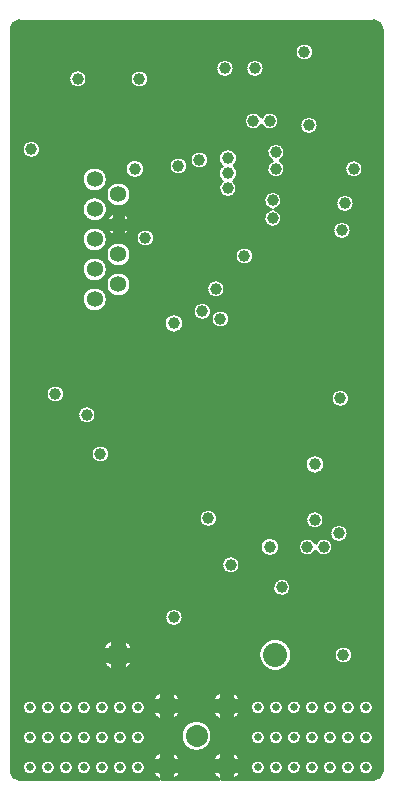
<source format=gbr>
G04 Generated by Ultiboard 14.0 *
%FSLAX24Y24*%
%MOIN*%

%ADD10C,0.0001*%
%ADD11C,0.0100*%
%ADD12C,0.0735*%
%ADD13C,0.0250*%
%ADD14C,0.0394*%
%ADD15C,0.0800*%
%ADD16C,0.0534*%


G04 ColorRGB 00CC33 for the following layer *
%LNCopper Inner 2*%
%LPD*%
G54D10*
G36*
X-15855Y32008D02*
X-15855Y32008D01*
X-15855Y7283D01*
G75*
D01*
G03X-15855Y7278I110J-2*
G01*
G74*
D01*
G02X-16133Y7000I283J5*
G01*
X-16138Y7000D01*
X-16138Y7000D01*
X-20788Y7000D01*
G74*
D01*
G03X-20560Y7267I256J449*
G01*
X-20560Y7267D01*
X-20810Y7267D01*
G75*
D01*
G03X-20810Y7633I-234J183*
G01*
X-20810Y7633D01*
X-20560Y7633D01*
G74*
D01*
G03X-20860Y7934I484J182*
G01*
X-20860Y7934D01*
X-20860Y7684D01*
G75*
D01*
G03X-21227Y7684I-184J-234*
G01*
X-21227Y7684D01*
X-21227Y7934D01*
G74*
D01*
G03X-21528Y7633I183J484*
G01*
X-21528Y7633D01*
X-21278Y7633D01*
G75*
D01*
G03X-21278Y7267I234J-183*
G01*
X-21278Y7267D01*
X-21528Y7267D01*
G74*
D01*
G03X-21300Y7000I484J182*
G01*
X-21300Y7000D01*
X-22788Y7000D01*
G74*
D01*
G03X-22560Y7267I256J449*
G01*
X-22560Y7267D01*
X-22810Y7267D01*
G75*
D01*
G03X-22810Y7633I-234J183*
G01*
X-22810Y7633D01*
X-22560Y7633D01*
G74*
D01*
G03X-22860Y7934I484J182*
G01*
X-22860Y7934D01*
X-22860Y7684D01*
G75*
D01*
G03X-23227Y7684I-184J-234*
G01*
X-23227Y7684D01*
X-23227Y7934D01*
G74*
D01*
G03X-23528Y7633I183J484*
G01*
X-23528Y7633D01*
X-23278Y7633D01*
G75*
D01*
G03X-23278Y7267I234J-183*
G01*
X-23278Y7267D01*
X-23528Y7267D01*
G74*
D01*
G03X-23300Y7000I484J182*
G01*
X-23300Y7000D01*
X-27949Y7000D01*
G75*
D01*
G03X-27954Y7000I-3J-110*
G01*
G74*
D01*
G02X-28233Y7278I4J283*
G01*
G75*
D01*
G03X-28232Y7283I-107J24*
G01*
X-28232Y7283D01*
X-28232Y32008D01*
G74*
D01*
G03X-28233Y32013I109J19*
G01*
G74*
D01*
G02X-27954Y32291I284J6*
G01*
G75*
D01*
G03X-27949Y32291I2J110*
G01*
X-27949Y32291D01*
X-16138Y32291D01*
X-16133Y32291D01*
G74*
D01*
G02X-15855Y32013I5J283*
G01*
G74*
D01*
G03X-15855Y32008I110J2*
G01*
D02*
G37*
%LPC*%
G36*
X-19005Y26979D02*
G75*
D01*
G03X-19005Y26979I205J-229*
G01*
D02*
G37*
G36*
X-19005Y8552D02*
G75*
D01*
G03X-19005Y8552I205J-152*
G01*
D02*
G37*
G36*
X-19005Y9552D02*
G75*
D01*
G03X-19005Y9552I205J-152*
G01*
D02*
G37*
G36*
X-19005Y11512D02*
G75*
D01*
G03X-19005Y11512I-413J-362*
G01*
D02*
G37*
G36*
X-19005Y13637D02*
G75*
D01*
G03X-19005Y13637I-195J-237*
G01*
D02*
G37*
G36*
X-19005Y7552D02*
G75*
D01*
G03X-19005Y7552I205J-152*
G01*
D02*
G37*
G36*
X-19005Y17265D02*
G75*
D01*
G03X-19005Y17265I155J-265*
G01*
D02*
G37*
G36*
X-22440Y25677D02*
G75*
D01*
G03X-22440Y25677I140J273*
G01*
D02*
G37*
G36*
X-24260Y25648D02*
G74*
D01*
G03X-24502Y25890I390J148*
G01*
X-24502Y25890D01*
X-24502Y25648D01*
X-24260Y25648D01*
D02*
G37*
G36*
X-24736Y25677D02*
G75*
D01*
G03X-24736Y25677I86J-177*
G01*
D02*
G37*
G36*
X-25040Y25648D02*
X-25040Y25648D01*
X-24798Y25648D01*
X-24798Y25890D01*
G74*
D01*
G03X-25040Y25648I148J390*
G01*
D02*
G37*
G36*
X-25701Y25677D02*
G75*
D01*
G03X-25701Y25677I264J323*
G01*
D02*
G37*
G36*
X-19436Y26000D02*
G75*
D01*
G03X-19564Y26000I-64J299*
G01*
G75*
D01*
G03X-19436Y26000I64J-299*
G01*
D02*
G37*
G36*
X-17407Y26200D02*
G75*
D01*
G03X-17407Y26200I307J0*
G01*
D02*
G37*
G36*
X-17107Y27350D02*
G75*
D01*
G03X-17107Y27350I307J0*
G01*
D02*
G37*
G36*
X-18607Y28800D02*
G75*
D01*
G03X-18607Y28800I307J0*
G01*
D02*
G37*
G36*
X-18757Y31250D02*
G75*
D01*
G03X-18757Y31250I307J0*
G01*
D02*
G37*
G36*
X-18407Y15650D02*
G75*
D01*
G03X-18407Y15650I307J0*
G01*
D02*
G37*
G36*
X-18455Y7400D02*
G75*
D01*
G03X-18455Y7400I255J0*
G01*
D02*
G37*
G36*
X-17855Y7400D02*
G75*
D01*
G03X-17855Y7400I255J0*
G01*
D02*
G37*
G36*
X-16655Y7400D02*
G75*
D01*
G03X-16655Y7400I255J0*
G01*
D02*
G37*
G36*
X-17255Y7400D02*
G75*
D01*
G03X-17255Y7400I255J0*
G01*
D02*
G37*
G36*
X-18455Y8400D02*
G75*
D01*
G03X-18455Y8400I255J0*
G01*
D02*
G37*
G36*
X-17855Y8400D02*
G75*
D01*
G03X-17855Y8400I255J0*
G01*
D02*
G37*
G36*
X-16655Y8400D02*
G75*
D01*
G03X-16655Y8400I255J0*
G01*
D02*
G37*
G36*
X-17255Y8400D02*
G75*
D01*
G03X-17255Y8400I255J0*
G01*
D02*
G37*
G36*
X-18455Y9400D02*
G75*
D01*
G03X-18455Y9400I255J0*
G01*
D02*
G37*
G36*
X-17855Y9400D02*
G75*
D01*
G03X-17855Y9400I255J0*
G01*
D02*
G37*
G36*
X-17255Y9400D02*
G75*
D01*
G03X-17255Y9400I255J0*
G01*
D02*
G37*
G36*
X-16655Y9400D02*
G75*
D01*
G03X-16655Y9400I255J0*
G01*
D02*
G37*
G36*
X-17457Y11150D02*
G75*
D01*
G03X-17457Y11150I307J0*
G01*
D02*
G37*
G36*
X-18075Y14886D02*
G75*
D01*
G03X-18075Y14614I-274J-136*
G01*
G75*
D01*
G03X-18075Y14886I274J136*
G01*
D02*
G37*
G36*
X-17607Y15200D02*
G75*
D01*
G03X-17607Y15200I307J0*
G01*
D02*
G37*
G36*
X-17507Y25300D02*
G75*
D01*
G03X-17507Y25300I307J0*
G01*
D02*
G37*
G36*
X-18427Y17500D02*
G75*
D01*
G03X-18427Y17500I327J0*
G01*
D02*
G37*
G36*
X-17557Y19700D02*
G75*
D01*
G03X-17557Y19700I307J0*
G01*
D02*
G37*
G36*
X-25854Y27000D02*
G75*
D01*
G03X-25854Y27000I417J0*
G01*
D02*
G37*
G36*
X-25067Y26500D02*
G75*
D01*
G03X-25067Y26500I417J0*
G01*
D02*
G37*
G36*
X-21211Y27450D02*
G75*
D01*
G03X-21195Y26937I211J-250*
G01*
G75*
D01*
G03X-20805Y26937I195J-236*
G01*
G75*
D01*
G03X-20789Y27450I-195J263*
G01*
G75*
D01*
G03X-21211Y27450I-211J250*
G01*
D02*
G37*
G36*
X-24427Y27350D02*
G75*
D01*
G03X-24427Y27350I327J0*
G01*
D02*
G37*
G36*
X-22957Y27450D02*
G75*
D01*
G03X-22957Y27450I307J0*
G01*
D02*
G37*
G36*
X-22257Y27650D02*
G75*
D01*
G03X-22257Y27650I307J0*
G01*
D02*
G37*
G36*
X-19536Y27625D02*
G75*
D01*
G03X-19264Y27625I136J-274*
G01*
G75*
D01*
G03X-19536Y27625I-136J274*
G01*
D02*
G37*
G36*
X-27857Y28000D02*
G75*
D01*
G03X-27857Y28000I307J0*
G01*
D02*
G37*
G36*
X-19875Y29086D02*
G75*
D01*
G03X-19875Y28814I-274J-136*
G01*
G75*
D01*
G03X-19875Y29086I274J136*
G01*
D02*
G37*
G36*
X-26307Y30350D02*
G75*
D01*
G03X-26307Y30350I307J0*
G01*
D02*
G37*
G36*
X-24257Y30350D02*
G75*
D01*
G03X-24257Y30350I307J0*
G01*
D02*
G37*
G36*
X-21407Y30700D02*
G75*
D01*
G03X-21407Y30700I307J0*
G01*
D02*
G37*
G36*
X-20407Y30700D02*
G75*
D01*
G03X-20407Y30700I307J0*
G01*
D02*
G37*
G36*
X-21957Y15700D02*
G75*
D01*
G03X-21957Y15700I307J0*
G01*
D02*
G37*
G36*
X-27855Y7400D02*
G75*
D01*
G03X-27855Y7400I255J0*
G01*
D02*
G37*
G36*
X-27255Y7400D02*
G75*
D01*
G03X-27255Y7400I255J0*
G01*
D02*
G37*
G36*
X-26055Y7400D02*
G75*
D01*
G03X-26055Y7400I255J0*
G01*
D02*
G37*
G36*
X-26655Y7400D02*
G75*
D01*
G03X-26655Y7400I255J0*
G01*
D02*
G37*
G36*
X-25455Y7400D02*
G75*
D01*
G03X-25455Y7400I255J0*
G01*
D02*
G37*
G36*
X-24855Y7400D02*
G75*
D01*
G03X-24855Y7400I255J0*
G01*
D02*
G37*
G36*
X-24255Y7400D02*
G75*
D01*
G03X-24255Y7400I255J0*
G01*
D02*
G37*
G36*
X-20255Y7400D02*
G75*
D01*
G03X-20255Y7400I255J0*
G01*
D02*
G37*
G36*
X-19655Y7400D02*
G75*
D01*
G03X-19655Y7400I255J0*
G01*
D02*
G37*
G36*
X-27855Y8400D02*
G75*
D01*
G03X-27855Y8400I255J0*
G01*
D02*
G37*
G36*
X-27255Y8400D02*
G75*
D01*
G03X-27255Y8400I255J0*
G01*
D02*
G37*
G36*
X-26055Y8400D02*
G75*
D01*
G03X-26055Y8400I255J0*
G01*
D02*
G37*
G36*
X-26655Y8400D02*
G75*
D01*
G03X-26655Y8400I255J0*
G01*
D02*
G37*
G36*
X-25455Y8400D02*
G75*
D01*
G03X-25455Y8400I255J0*
G01*
D02*
G37*
G36*
X-24855Y8400D02*
G75*
D01*
G03X-24855Y8400I255J0*
G01*
D02*
G37*
G36*
X-24255Y8400D02*
G75*
D01*
G03X-24255Y8400I255J0*
G01*
D02*
G37*
G36*
X-22561Y8450D02*
G75*
D01*
G03X-22561Y8450I517J0*
G01*
D02*
G37*
G36*
X-20255Y8400D02*
G75*
D01*
G03X-20255Y8400I255J0*
G01*
D02*
G37*
G36*
X-19655Y8400D02*
G75*
D01*
G03X-19655Y8400I255J0*
G01*
D02*
G37*
G36*
X-27855Y9400D02*
G75*
D01*
G03X-27855Y9400I255J0*
G01*
D02*
G37*
G36*
X-27255Y9400D02*
G75*
D01*
G03X-27255Y9400I255J0*
G01*
D02*
G37*
G36*
X-26655Y9400D02*
G75*
D01*
G03X-26655Y9400I255J0*
G01*
D02*
G37*
G36*
X-26055Y9400D02*
G75*
D01*
G03X-26055Y9400I255J0*
G01*
D02*
G37*
G36*
X-25455Y9400D02*
G75*
D01*
G03X-25455Y9400I255J0*
G01*
D02*
G37*
G36*
X-24855Y9400D02*
G75*
D01*
G03X-24855Y9400I255J0*
G01*
D02*
G37*
G36*
X-24255Y9400D02*
G75*
D01*
G03X-24255Y9400I255J0*
G01*
D02*
G37*
G36*
X-22810Y9633D02*
X-22810Y9633D01*
X-22560Y9633D01*
G74*
D01*
G03X-22860Y9934I484J182*
G01*
X-22860Y9934D01*
X-22860Y9684D01*
G75*
D01*
G03X-23227Y9684I-184J-234*
G01*
X-23227Y9684D01*
X-23227Y9934D01*
G74*
D01*
G03X-23528Y9633I183J484*
G01*
X-23528Y9633D01*
X-23278Y9633D01*
G75*
D01*
G03X-23278Y9267I234J-183*
G01*
X-23278Y9267D01*
X-23528Y9267D01*
G74*
D01*
G03X-23227Y8966I484J183*
G01*
X-23227Y8966D01*
X-23227Y9216D01*
G75*
D01*
G03X-22860Y9216I183J234*
G01*
X-22860Y9216D01*
X-22860Y8966D01*
G74*
D01*
G03X-22560Y9267I184J483*
G01*
X-22560Y9267D01*
X-22810Y9267D01*
G75*
D01*
G03X-22810Y9633I-234J183*
G01*
D02*
G37*
G36*
X-20810Y9633D02*
X-20810Y9633D01*
X-20560Y9633D01*
G74*
D01*
G03X-20860Y9934I484J182*
G01*
X-20860Y9934D01*
X-20860Y9684D01*
G75*
D01*
G03X-21227Y9684I-184J-234*
G01*
X-21227Y9684D01*
X-21227Y9934D01*
G74*
D01*
G03X-21528Y9633I183J484*
G01*
X-21528Y9633D01*
X-21278Y9633D01*
G75*
D01*
G03X-21278Y9267I234J-183*
G01*
X-21278Y9267D01*
X-21528Y9267D01*
G74*
D01*
G03X-21227Y8966I484J183*
G01*
X-21227Y8966D01*
X-21227Y9216D01*
G75*
D01*
G03X-20860Y9216I183J234*
G01*
X-20860Y9216D01*
X-20860Y8966D01*
G74*
D01*
G03X-20560Y9267I184J483*
G01*
X-20560Y9267D01*
X-20810Y9267D01*
G75*
D01*
G03X-20810Y9633I-234J183*
G01*
D02*
G37*
G36*
X-20255Y9400D02*
G75*
D01*
G03X-20255Y9400I255J0*
G01*
D02*
G37*
G36*
X-19655Y9400D02*
G75*
D01*
G03X-19655Y9400I255J0*
G01*
D02*
G37*
G36*
X-24154Y10955D02*
X-24154Y10955D01*
X-24473Y10955D01*
X-24473Y10636D01*
G74*
D01*
G03X-24154Y10955I194J513*
G01*
D02*
G37*
G36*
X-24868Y11150D02*
G75*
D01*
G03X-24868Y11150I200J0*
G01*
D02*
G37*
G36*
X-24863Y10636D02*
X-24863Y10636D01*
X-24863Y10955D01*
X-25183Y10955D01*
G74*
D01*
G03X-24863Y10636I514J196*
G01*
D02*
G37*
G36*
X-24473Y11664D02*
X-24473Y11664D01*
X-24473Y11345D01*
X-24154Y11345D01*
G74*
D01*
G03X-24473Y11664I513J194*
G01*
D02*
G37*
G36*
X-25183Y11345D02*
X-25183Y11345D01*
X-24863Y11345D01*
X-24863Y11664D01*
G74*
D01*
G03X-25183Y11345I193J514*
G01*
D02*
G37*
G36*
X-23107Y12400D02*
G75*
D01*
G03X-23107Y12400I307J0*
G01*
D02*
G37*
G36*
X-21207Y14150D02*
G75*
D01*
G03X-21207Y14150I307J0*
G01*
D02*
G37*
G36*
X-19927Y14750D02*
G75*
D01*
G03X-19927Y14750I327J0*
G01*
D02*
G37*
G36*
X-25557Y17850D02*
G75*
D01*
G03X-25557Y17850I307J0*
G01*
D02*
G37*
G36*
X-26007Y19150D02*
G75*
D01*
G03X-26007Y19150I307J0*
G01*
D02*
G37*
G36*
X-27057Y19850D02*
G75*
D01*
G03X-27057Y19850I307J0*
G01*
D02*
G37*
G36*
X-23127Y22200D02*
G75*
D01*
G03X-23127Y22200I327J0*
G01*
D02*
G37*
G36*
X-21557Y22350D02*
G75*
D01*
G03X-21557Y22350I307J0*
G01*
D02*
G37*
G36*
X-25854Y23000D02*
G75*
D01*
G03X-25854Y23000I417J0*
G01*
D02*
G37*
G36*
X-22157Y22600D02*
G75*
D01*
G03X-22157Y22600I307J0*
G01*
D02*
G37*
G36*
X-25854Y24000D02*
G75*
D01*
G03X-25854Y24000I417J0*
G01*
D02*
G37*
G36*
X-25067Y23500D02*
G75*
D01*
G03X-25067Y23500I417J0*
G01*
D02*
G37*
G36*
X-21707Y23350D02*
G75*
D01*
G03X-21707Y23350I307J0*
G01*
D02*
G37*
G36*
X-25067Y24500D02*
G75*
D01*
G03X-25067Y24500I417J0*
G01*
D02*
G37*
G36*
X-20757Y24450D02*
G75*
D01*
G03X-20757Y24450I307J0*
G01*
D02*
G37*
G36*
X-25854Y25000D02*
G75*
D01*
G03X-25854Y25000I417J0*
G01*
D02*
G37*
G36*
X-24260Y25352D02*
X-24260Y25352D01*
X-24502Y25352D01*
X-24502Y25110D01*
G74*
D01*
G03X-24260Y25352I148J390*
G01*
D02*
G37*
G36*
X-24798Y25110D02*
X-24798Y25110D01*
X-24798Y25352D01*
X-25040Y25352D01*
G74*
D01*
G03X-24798Y25110I390J148*
G01*
D02*
G37*
G36*
X-24057Y25050D02*
G75*
D01*
G03X-24057Y25050I307J0*
G01*
D02*
G37*
%LPD*%
G36*
X-21227Y7216D02*
G75*
D01*
G03X-20860Y7216I183J234*
G01*
X-20860Y7216D01*
X-20860Y7000D01*
X-21227Y7000D01*
X-21227Y7216D01*
D02*
G37*
G36*
X-23227Y7216D02*
G75*
D01*
G03X-22860Y7216I183J234*
G01*
X-22860Y7216D01*
X-22860Y7000D01*
X-23227Y7000D01*
X-23227Y7216D01*
D02*
G37*
G54D11*
X-21227Y7216D02*
G75*
D01*
G03X-20860Y7216I183J234*
G01*
X-20860Y7000D01*
X-21227Y7000D01*
X-21227Y7216D01*
X-23227Y7216D02*
G75*
D01*
G03X-22860Y7216I183J234*
G01*
X-22860Y7000D01*
X-23227Y7000D01*
X-23227Y7216D01*
X-19005Y26979D02*
G75*
D01*
G03X-19005Y26979I205J-229*
G01*
X-19005Y8552D02*
G75*
D01*
G03X-19005Y8552I205J-152*
G01*
X-19005Y9552D02*
G75*
D01*
G03X-19005Y9552I205J-152*
G01*
X-19005Y11512D02*
G75*
D01*
G03X-19005Y11512I-413J-362*
G01*
X-19005Y13637D02*
G75*
D01*
G03X-19005Y13637I-195J-237*
G01*
X-19005Y7552D02*
G75*
D01*
G03X-19005Y7552I205J-152*
G01*
X-19005Y17265D02*
G75*
D01*
G03X-19005Y17265I155J-265*
G01*
X-22440Y25677D02*
G75*
D01*
G03X-22440Y25677I140J273*
G01*
X-24260Y25648D02*
G74*
D01*
G03X-24502Y25890I390J148*
G01*
X-24502Y25648D01*
X-24260Y25648D01*
X-24736Y25677D02*
G75*
D01*
G03X-24736Y25677I86J-177*
G01*
X-25040Y25648D02*
X-24798Y25648D01*
X-24798Y25890D01*
G74*
D01*
G03X-25040Y25648I148J390*
G01*
X-25701Y25677D02*
G75*
D01*
G03X-25701Y25677I264J323*
G01*
X-19436Y26000D02*
G75*
D01*
G03X-19564Y26000I-64J299*
G01*
G75*
D01*
G03X-19436Y26000I64J-299*
G01*
X-17407Y26200D02*
G75*
D01*
G03X-17407Y26200I307J0*
G01*
X-17107Y27350D02*
G75*
D01*
G03X-17107Y27350I307J0*
G01*
X-18607Y28800D02*
G75*
D01*
G03X-18607Y28800I307J0*
G01*
X-18757Y31250D02*
G75*
D01*
G03X-18757Y31250I307J0*
G01*
X-18407Y15650D02*
G75*
D01*
G03X-18407Y15650I307J0*
G01*
X-18455Y7400D02*
G75*
D01*
G03X-18455Y7400I255J0*
G01*
X-17855Y7400D02*
G75*
D01*
G03X-17855Y7400I255J0*
G01*
X-16655Y7400D02*
G75*
D01*
G03X-16655Y7400I255J0*
G01*
X-17255Y7400D02*
G75*
D01*
G03X-17255Y7400I255J0*
G01*
X-18455Y8400D02*
G75*
D01*
G03X-18455Y8400I255J0*
G01*
X-17855Y8400D02*
G75*
D01*
G03X-17855Y8400I255J0*
G01*
X-16655Y8400D02*
G75*
D01*
G03X-16655Y8400I255J0*
G01*
X-17255Y8400D02*
G75*
D01*
G03X-17255Y8400I255J0*
G01*
X-18455Y9400D02*
G75*
D01*
G03X-18455Y9400I255J0*
G01*
X-17855Y9400D02*
G75*
D01*
G03X-17855Y9400I255J0*
G01*
X-17255Y9400D02*
G75*
D01*
G03X-17255Y9400I255J0*
G01*
X-16655Y9400D02*
G75*
D01*
G03X-16655Y9400I255J0*
G01*
X-17457Y11150D02*
G75*
D01*
G03X-17457Y11150I307J0*
G01*
X-18075Y14886D02*
G75*
D01*
G03X-18075Y14614I-274J-136*
G01*
G75*
D01*
G03X-18075Y14886I274J136*
G01*
X-17607Y15200D02*
G75*
D01*
G03X-17607Y15200I307J0*
G01*
X-17507Y25300D02*
G75*
D01*
G03X-17507Y25300I307J0*
G01*
X-18427Y17500D02*
G75*
D01*
G03X-18427Y17500I327J0*
G01*
X-17557Y19700D02*
G75*
D01*
G03X-17557Y19700I307J0*
G01*
X-25854Y27000D02*
G75*
D01*
G03X-25854Y27000I417J0*
G01*
X-25067Y26500D02*
G75*
D01*
G03X-25067Y26500I417J0*
G01*
X-21211Y27450D02*
G75*
D01*
G03X-21195Y26937I211J-250*
G01*
G75*
D01*
G03X-20805Y26937I195J-236*
G01*
G75*
D01*
G03X-20789Y27450I-195J263*
G01*
G75*
D01*
G03X-21211Y27450I-211J250*
G01*
X-24427Y27350D02*
G75*
D01*
G03X-24427Y27350I327J0*
G01*
X-22957Y27450D02*
G75*
D01*
G03X-22957Y27450I307J0*
G01*
X-22257Y27650D02*
G75*
D01*
G03X-22257Y27650I307J0*
G01*
X-19536Y27625D02*
G75*
D01*
G03X-19264Y27625I136J-274*
G01*
G75*
D01*
G03X-19536Y27625I-136J274*
G01*
X-27857Y28000D02*
G75*
D01*
G03X-27857Y28000I307J0*
G01*
X-19875Y29086D02*
G75*
D01*
G03X-19875Y28814I-274J-136*
G01*
G75*
D01*
G03X-19875Y29086I274J136*
G01*
X-26307Y30350D02*
G75*
D01*
G03X-26307Y30350I307J0*
G01*
X-24257Y30350D02*
G75*
D01*
G03X-24257Y30350I307J0*
G01*
X-21407Y30700D02*
G75*
D01*
G03X-21407Y30700I307J0*
G01*
X-20407Y30700D02*
G75*
D01*
G03X-20407Y30700I307J0*
G01*
X-21957Y15700D02*
G75*
D01*
G03X-21957Y15700I307J0*
G01*
X-27855Y7400D02*
G75*
D01*
G03X-27855Y7400I255J0*
G01*
X-27255Y7400D02*
G75*
D01*
G03X-27255Y7400I255J0*
G01*
X-26055Y7400D02*
G75*
D01*
G03X-26055Y7400I255J0*
G01*
X-26655Y7400D02*
G75*
D01*
G03X-26655Y7400I255J0*
G01*
X-25455Y7400D02*
G75*
D01*
G03X-25455Y7400I255J0*
G01*
X-24855Y7400D02*
G75*
D01*
G03X-24855Y7400I255J0*
G01*
X-24255Y7400D02*
G75*
D01*
G03X-24255Y7400I255J0*
G01*
X-20255Y7400D02*
G75*
D01*
G03X-20255Y7400I255J0*
G01*
X-19655Y7400D02*
G75*
D01*
G03X-19655Y7400I255J0*
G01*
X-27855Y8400D02*
G75*
D01*
G03X-27855Y8400I255J0*
G01*
X-27255Y8400D02*
G75*
D01*
G03X-27255Y8400I255J0*
G01*
X-26055Y8400D02*
G75*
D01*
G03X-26055Y8400I255J0*
G01*
X-26655Y8400D02*
G75*
D01*
G03X-26655Y8400I255J0*
G01*
X-25455Y8400D02*
G75*
D01*
G03X-25455Y8400I255J0*
G01*
X-24855Y8400D02*
G75*
D01*
G03X-24855Y8400I255J0*
G01*
X-24255Y8400D02*
G75*
D01*
G03X-24255Y8400I255J0*
G01*
X-22561Y8450D02*
G75*
D01*
G03X-22561Y8450I517J0*
G01*
X-20255Y8400D02*
G75*
D01*
G03X-20255Y8400I255J0*
G01*
X-19655Y8400D02*
G75*
D01*
G03X-19655Y8400I255J0*
G01*
X-27855Y9400D02*
G75*
D01*
G03X-27855Y9400I255J0*
G01*
X-27255Y9400D02*
G75*
D01*
G03X-27255Y9400I255J0*
G01*
X-26655Y9400D02*
G75*
D01*
G03X-26655Y9400I255J0*
G01*
X-26055Y9400D02*
G75*
D01*
G03X-26055Y9400I255J0*
G01*
X-25455Y9400D02*
G75*
D01*
G03X-25455Y9400I255J0*
G01*
X-24855Y9400D02*
G75*
D01*
G03X-24855Y9400I255J0*
G01*
X-24255Y9400D02*
G75*
D01*
G03X-24255Y9400I255J0*
G01*
X-22810Y9633D02*
X-22560Y9633D01*
G74*
D01*
G03X-22860Y9934I484J182*
G01*
X-22860Y9684D01*
G75*
D01*
G03X-23227Y9684I-184J-234*
G01*
X-23227Y9934D01*
G74*
D01*
G03X-23528Y9633I183J484*
G01*
X-23278Y9633D01*
G75*
D01*
G03X-23278Y9267I234J-183*
G01*
X-23528Y9267D01*
G74*
D01*
G03X-23227Y8966I484J183*
G01*
X-23227Y9216D01*
G75*
D01*
G03X-22860Y9216I183J234*
G01*
X-22860Y8966D01*
G74*
D01*
G03X-22560Y9267I184J483*
G01*
X-22810Y9267D01*
G75*
D01*
G03X-22810Y9633I-234J183*
G01*
X-20810Y9633D02*
X-20560Y9633D01*
G74*
D01*
G03X-20860Y9934I484J182*
G01*
X-20860Y9684D01*
G75*
D01*
G03X-21227Y9684I-184J-234*
G01*
X-21227Y9934D01*
G74*
D01*
G03X-21528Y9633I183J484*
G01*
X-21278Y9633D01*
G75*
D01*
G03X-21278Y9267I234J-183*
G01*
X-21528Y9267D01*
G74*
D01*
G03X-21227Y8966I484J183*
G01*
X-21227Y9216D01*
G75*
D01*
G03X-20860Y9216I183J234*
G01*
X-20860Y8966D01*
G74*
D01*
G03X-20560Y9267I184J483*
G01*
X-20810Y9267D01*
G75*
D01*
G03X-20810Y9633I-234J183*
G01*
X-20255Y9400D02*
G75*
D01*
G03X-20255Y9400I255J0*
G01*
X-19655Y9400D02*
G75*
D01*
G03X-19655Y9400I255J0*
G01*
X-24154Y10955D02*
X-24473Y10955D01*
X-24473Y10636D01*
G74*
D01*
G03X-24154Y10955I194J513*
G01*
X-24868Y11150D02*
G75*
D01*
G03X-24868Y11150I200J0*
G01*
X-24863Y10636D02*
X-24863Y10955D01*
X-25183Y10955D01*
G74*
D01*
G03X-24863Y10636I514J196*
G01*
X-24473Y11664D02*
X-24473Y11345D01*
X-24154Y11345D01*
G74*
D01*
G03X-24473Y11664I513J194*
G01*
X-25183Y11345D02*
X-24863Y11345D01*
X-24863Y11664D01*
G74*
D01*
G03X-25183Y11345I193J514*
G01*
X-23107Y12400D02*
G75*
D01*
G03X-23107Y12400I307J0*
G01*
X-21207Y14150D02*
G75*
D01*
G03X-21207Y14150I307J0*
G01*
X-19927Y14750D02*
G75*
D01*
G03X-19927Y14750I327J0*
G01*
X-25557Y17850D02*
G75*
D01*
G03X-25557Y17850I307J0*
G01*
X-26007Y19150D02*
G75*
D01*
G03X-26007Y19150I307J0*
G01*
X-27057Y19850D02*
G75*
D01*
G03X-27057Y19850I307J0*
G01*
X-23127Y22200D02*
G75*
D01*
G03X-23127Y22200I327J0*
G01*
X-21557Y22350D02*
G75*
D01*
G03X-21557Y22350I307J0*
G01*
X-25854Y23000D02*
G75*
D01*
G03X-25854Y23000I417J0*
G01*
X-22157Y22600D02*
G75*
D01*
G03X-22157Y22600I307J0*
G01*
X-25854Y24000D02*
G75*
D01*
G03X-25854Y24000I417J0*
G01*
X-25067Y23500D02*
G75*
D01*
G03X-25067Y23500I417J0*
G01*
X-21707Y23350D02*
G75*
D01*
G03X-21707Y23350I307J0*
G01*
X-25067Y24500D02*
G75*
D01*
G03X-25067Y24500I417J0*
G01*
X-20757Y24450D02*
G75*
D01*
G03X-20757Y24450I307J0*
G01*
X-25854Y25000D02*
G75*
D01*
G03X-25854Y25000I417J0*
G01*
X-24260Y25352D02*
X-24502Y25352D01*
X-24502Y25110D01*
G74*
D01*
G03X-24260Y25352I148J390*
G01*
X-24798Y25110D02*
X-24798Y25352D01*
X-25040Y25352D01*
G74*
D01*
G03X-24798Y25110I390J148*
G01*
X-24057Y25050D02*
G75*
D01*
G03X-24057Y25050I307J0*
G01*
X-15855Y32008D02*
X-15855Y7283D01*
G75*
D01*
G03X-15855Y7278I110J-2*
G01*
G74*
D01*
G02X-16133Y7000I283J5*
G01*
X-16138Y7000D01*
X-20788Y7000D01*
G74*
D01*
G03X-20560Y7267I256J449*
G01*
X-20810Y7267D01*
G75*
D01*
G03X-20810Y7633I-234J183*
G01*
X-20560Y7633D01*
G74*
D01*
G03X-20860Y7934I484J182*
G01*
X-20860Y7684D01*
G75*
D01*
G03X-21227Y7684I-184J-234*
G01*
X-21227Y7934D01*
G74*
D01*
G03X-21528Y7633I183J484*
G01*
X-21278Y7633D01*
G75*
D01*
G03X-21278Y7267I234J-183*
G01*
X-21528Y7267D01*
G74*
D01*
G03X-21300Y7000I484J182*
G01*
X-22788Y7000D01*
G74*
D01*
G03X-22560Y7267I256J449*
G01*
X-22810Y7267D01*
G75*
D01*
G03X-22810Y7633I-234J183*
G01*
X-22560Y7633D01*
G74*
D01*
G03X-22860Y7934I484J182*
G01*
X-22860Y7684D01*
G75*
D01*
G03X-23227Y7684I-184J-234*
G01*
X-23227Y7934D01*
G74*
D01*
G03X-23528Y7633I183J484*
G01*
X-23278Y7633D01*
G75*
D01*
G03X-23278Y7267I234J-183*
G01*
X-23528Y7267D01*
G74*
D01*
G03X-23300Y7000I484J182*
G01*
X-27949Y7000D01*
G75*
D01*
G03X-27954Y7000I-3J-110*
G01*
G74*
D01*
G02X-28233Y7278I4J283*
G01*
G75*
D01*
G03X-28232Y7283I-107J24*
G01*
X-28232Y32008D01*
G74*
D01*
G03X-28233Y32013I109J19*
G01*
G74*
D01*
G02X-27954Y32291I284J6*
G01*
G75*
D01*
G03X-27949Y32291I2J110*
G01*
X-16138Y32291D01*
X-16133Y32291D01*
G74*
D01*
G02X-15855Y32013I5J283*
G01*
G74*
D01*
G03X-15855Y32008I110J2*
G01*
G54D12*
X-22044Y8450D03*
X-21044Y9450D03*
X-23044Y9450D03*
X-21044Y7450D03*
X-23044Y7450D03*
G54D13*
X-18200Y7400D03*
X-18200Y8400D03*
X-20000Y9400D03*
X-19400Y9400D03*
X-18800Y9400D03*
X-18200Y9400D03*
X-17600Y9400D03*
X-17000Y9400D03*
X-16400Y9400D03*
X-20000Y8400D03*
X-19400Y8400D03*
X-18800Y8400D03*
X-17000Y8400D03*
X-17600Y8400D03*
X-16400Y8400D03*
X-20000Y7400D03*
X-19400Y7400D03*
X-18800Y7400D03*
X-16400Y7400D03*
X-17000Y7400D03*
X-17600Y7400D03*
X-24000Y7400D03*
X-24600Y7400D03*
X-25200Y7400D03*
X-25800Y7400D03*
X-26400Y7400D03*
X-27000Y7400D03*
X-27600Y7400D03*
X-24000Y8400D03*
X-24600Y8400D03*
X-24000Y9400D03*
X-24600Y9400D03*
X-25200Y9400D03*
X-27600Y9400D03*
X-27600Y8400D03*
X-25200Y8400D03*
X-25800Y8400D03*
X-26400Y8400D03*
X-27000Y8400D03*
X-27000Y9400D03*
X-26400Y9400D03*
X-25800Y9400D03*
G54D14*
X-25250Y17850D03*
X-25700Y19150D03*
X-21000Y27200D03*
X-21000Y27700D03*
X-24100Y27350D03*
X-19600Y14750D03*
X-22800Y22200D03*
X-18100Y17500D03*
X-21100Y30700D03*
X-20100Y30700D03*
X-17300Y15200D03*
X-17250Y19700D03*
X-26000Y30350D03*
X-27200Y30350D03*
X-27550Y28000D03*
X-27550Y27000D03*
X-22050Y29600D03*
X-23100Y31000D03*
X-24100Y28000D03*
X-17800Y14750D03*
X-18350Y14750D03*
X-21950Y27650D03*
X-22300Y25950D03*
X-21650Y25950D03*
X-17100Y24400D03*
X-18300Y22350D03*
X-18950Y15350D03*
X-16600Y15500D03*
X-23050Y23650D03*
X-27550Y19850D03*
X-20900Y12200D03*
X-21250Y22350D03*
X-19600Y28950D03*
X-23950Y30350D03*
X-23750Y25050D03*
X-18800Y26750D03*
X-19800Y31800D03*
X-18450Y31250D03*
X-26200Y12300D03*
X-22800Y12400D03*
X-16500Y11950D03*
X-17800Y13350D03*
X-21650Y16250D03*
X-19200Y13400D03*
X-17150Y11150D03*
X-21400Y23350D03*
X-20900Y14150D03*
X-19500Y25700D03*
X-18100Y15650D03*
X-20450Y24450D03*
X-19400Y27350D03*
X-16800Y27350D03*
X-19400Y27900D03*
X-18300Y28800D03*
X-21000Y26700D03*
X-20150Y28950D03*
X-17200Y25300D03*
X-18850Y17000D03*
X-19500Y26300D03*
X-22650Y27450D03*
X-26750Y19850D03*
X-21850Y22600D03*
X-19200Y20950D03*
X-16800Y26800D03*
X-21400Y18800D03*
X-21650Y15700D03*
X-17100Y26200D03*
G54D15*
X-24668Y11150D03*
X-19418Y11150D03*
G54D16*
X-25437Y27000D03*
X-25437Y26000D03*
X-25437Y25000D03*
X-25437Y24000D03*
X-25437Y23000D03*
X-24650Y26500D03*
X-24650Y25500D03*
X-24650Y24500D03*
X-24650Y23500D03*

M02*

</source>
